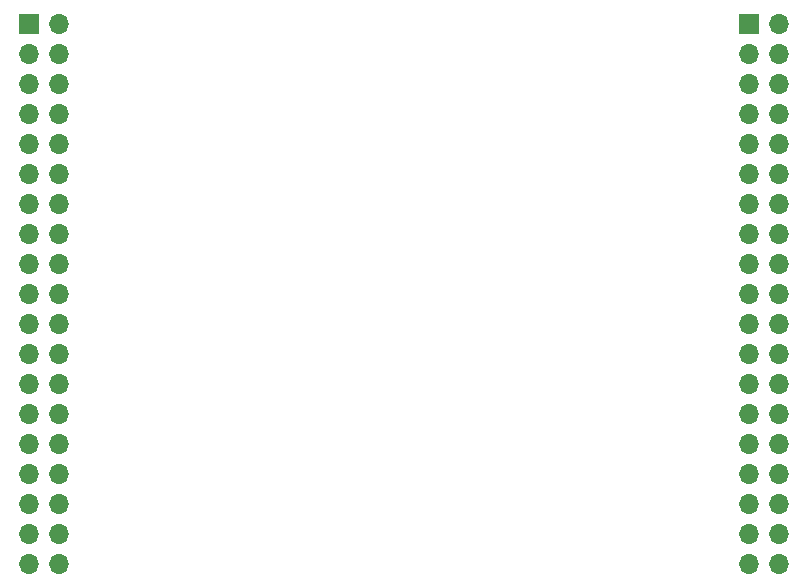
<source format=gbr>
%TF.GenerationSoftware,KiCad,Pcbnew,(5.1.8)-1*%
%TF.CreationDate,2021-02-11T10:10:36+01:00*%
%TF.ProjectId,shieldV1,73686965-6c64-4563-912e-6b696361645f,rev?*%
%TF.SameCoordinates,Original*%
%TF.FileFunction,Soldermask,Bot*%
%TF.FilePolarity,Negative*%
%FSLAX46Y46*%
G04 Gerber Fmt 4.6, Leading zero omitted, Abs format (unit mm)*
G04 Created by KiCad (PCBNEW (5.1.8)-1) date 2021-02-11 10:10:36*
%MOMM*%
%LPD*%
G01*
G04 APERTURE LIST*
%ADD10O,1.700000X1.700000*%
%ADD11R,1.700000X1.700000*%
G04 APERTURE END LIST*
D10*
%TO.C,J2*%
X99279103Y-147272105D03*
X96739103Y-147272105D03*
X99279103Y-144732105D03*
X96739103Y-144732105D03*
X99279103Y-142192105D03*
X96739103Y-142192105D03*
X99279103Y-139652105D03*
X96739103Y-139652105D03*
X99279103Y-137112105D03*
X96739103Y-137112105D03*
X99279103Y-134572105D03*
X96739103Y-134572105D03*
X99279103Y-132032105D03*
X96739103Y-132032105D03*
X99279103Y-129492105D03*
X96739103Y-129492105D03*
X99279103Y-126952105D03*
X96739103Y-126952105D03*
X99279103Y-124412105D03*
X96739103Y-124412105D03*
X99279103Y-121872105D03*
X96739103Y-121872105D03*
X99279103Y-119332105D03*
X96739103Y-119332105D03*
X99279103Y-116792105D03*
X96739103Y-116792105D03*
X99279103Y-114252105D03*
X96739103Y-114252105D03*
X99279103Y-111712105D03*
X96739103Y-111712105D03*
X99279103Y-109172105D03*
X96739103Y-109172105D03*
X99279103Y-106632105D03*
X96739103Y-106632105D03*
X99279103Y-104092105D03*
X96739103Y-104092105D03*
X99279103Y-101552105D03*
D11*
X96739103Y-101552105D03*
%TD*%
D10*
%TO.C,J1*%
X38319103Y-147272105D03*
X35779103Y-147272105D03*
X38319103Y-144732105D03*
X35779103Y-144732105D03*
X38319103Y-142192105D03*
X35779103Y-142192105D03*
X38319103Y-139652105D03*
X35779103Y-139652105D03*
X38319103Y-137112105D03*
X35779103Y-137112105D03*
X38319103Y-134572105D03*
X35779103Y-134572105D03*
X38319103Y-132032105D03*
X35779103Y-132032105D03*
X38319103Y-129492105D03*
X35779103Y-129492105D03*
X38319103Y-126952105D03*
X35779103Y-126952105D03*
X38319103Y-124412105D03*
X35779103Y-124412105D03*
X38319103Y-121872105D03*
X35779103Y-121872105D03*
X38319103Y-119332105D03*
X35779103Y-119332105D03*
X38319103Y-116792105D03*
X35779103Y-116792105D03*
X38319103Y-114252105D03*
X35779103Y-114252105D03*
X38319103Y-111712105D03*
X35779103Y-111712105D03*
X38319103Y-109172105D03*
X35779103Y-109172105D03*
X38319103Y-106632105D03*
X35779103Y-106632105D03*
X38319103Y-104092105D03*
X35779103Y-104092105D03*
X38319103Y-101552105D03*
D11*
X35779103Y-101552105D03*
%TD*%
M02*

</source>
